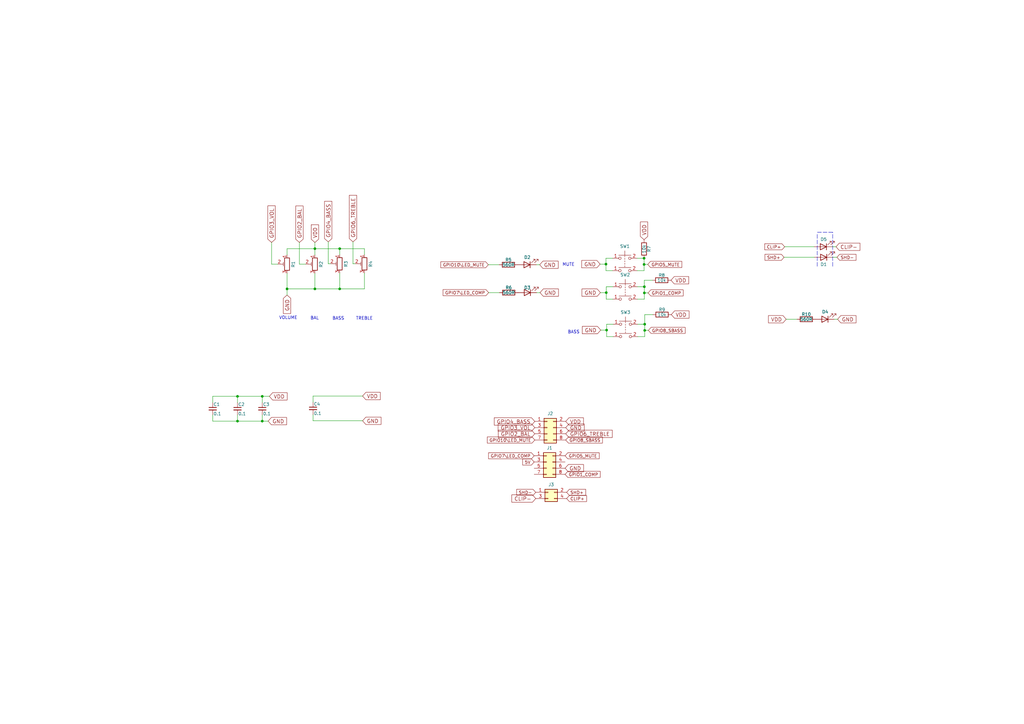
<source format=kicad_sch>
(kicad_sch (version 20211123) (generator eeschema)

  (uuid 35354519-a28c-40c4-befd-0943e98dea53)

  (paper "A3")

  (lib_symbols
    (symbol "Connector_Generic:Conn_02x02_Odd_Even" (pin_names (offset 1.016) hide) (in_bom yes) (on_board yes)
      (property "Reference" "J" (id 0) (at 1.27 2.54 0)
        (effects (font (size 1.27 1.27)))
      )
      (property "Value" "Conn_02x02_Odd_Even" (id 1) (at 1.27 -5.08 0)
        (effects (font (size 1.27 1.27)))
      )
      (property "Footprint" "" (id 2) (at 0 0 0)
        (effects (font (size 1.27 1.27)) hide)
      )
      (property "Datasheet" "~" (id 3) (at 0 0 0)
        (effects (font (size 1.27 1.27)) hide)
      )
      (property "ki_keywords" "connector" (id 4) (at 0 0 0)
        (effects (font (size 1.27 1.27)) hide)
      )
      (property "ki_description" "Generic connector, double row, 02x02, odd/even pin numbering scheme (row 1 odd numbers, row 2 even numbers), script generated (kicad-library-utils/schlib/autogen/connector/)" (id 5) (at 0 0 0)
        (effects (font (size 1.27 1.27)) hide)
      )
      (property "ki_fp_filters" "Connector*:*_2x??_*" (id 6) (at 0 0 0)
        (effects (font (size 1.27 1.27)) hide)
      )
      (symbol "Conn_02x02_Odd_Even_1_1"
        (rectangle (start -1.27 -2.413) (end 0 -2.667)
          (stroke (width 0.1524) (type default) (color 0 0 0 0))
          (fill (type none))
        )
        (rectangle (start -1.27 0.127) (end 0 -0.127)
          (stroke (width 0.1524) (type default) (color 0 0 0 0))
          (fill (type none))
        )
        (rectangle (start -1.27 1.27) (end 3.81 -3.81)
          (stroke (width 0.254) (type default) (color 0 0 0 0))
          (fill (type background))
        )
        (rectangle (start 3.81 -2.413) (end 2.54 -2.667)
          (stroke (width 0.1524) (type default) (color 0 0 0 0))
          (fill (type none))
        )
        (rectangle (start 3.81 0.127) (end 2.54 -0.127)
          (stroke (width 0.1524) (type default) (color 0 0 0 0))
          (fill (type none))
        )
        (pin passive line (at -5.08 0 0) (length 3.81)
          (name "Pin_1" (effects (font (size 1.27 1.27))))
          (number "1" (effects (font (size 1.27 1.27))))
        )
        (pin passive line (at 7.62 0 180) (length 3.81)
          (name "Pin_2" (effects (font (size 1.27 1.27))))
          (number "2" (effects (font (size 1.27 1.27))))
        )
        (pin passive line (at -5.08 -2.54 0) (length 3.81)
          (name "Pin_3" (effects (font (size 1.27 1.27))))
          (number "3" (effects (font (size 1.27 1.27))))
        )
        (pin passive line (at 7.62 -2.54 180) (length 3.81)
          (name "Pin_4" (effects (font (size 1.27 1.27))))
          (number "4" (effects (font (size 1.27 1.27))))
        )
      )
    )
    (symbol "Connector_Generic:Conn_02x04_Odd_Even" (pin_names (offset 1.016) hide) (in_bom yes) (on_board yes)
      (property "Reference" "J" (id 0) (at 1.27 5.08 0)
        (effects (font (size 1.27 1.27)))
      )
      (property "Value" "Conn_02x04_Odd_Even" (id 1) (at 1.27 -7.62 0)
        (effects (font (size 1.27 1.27)))
      )
      (property "Footprint" "" (id 2) (at 0 0 0)
        (effects (font (size 1.27 1.27)) hide)
      )
      (property "Datasheet" "~" (id 3) (at 0 0 0)
        (effects (font (size 1.27 1.27)) hide)
      )
      (property "ki_keywords" "connector" (id 4) (at 0 0 0)
        (effects (font (size 1.27 1.27)) hide)
      )
      (property "ki_description" "Generic connector, double row, 02x04, odd/even pin numbering scheme (row 1 odd numbers, row 2 even numbers), script generated (kicad-library-utils/schlib/autogen/connector/)" (id 5) (at 0 0 0)
        (effects (font (size 1.27 1.27)) hide)
      )
      (property "ki_fp_filters" "Connector*:*_2x??_*" (id 6) (at 0 0 0)
        (effects (font (size 1.27 1.27)) hide)
      )
      (symbol "Conn_02x04_Odd_Even_1_1"
        (rectangle (start -1.27 -4.953) (end 0 -5.207)
          (stroke (width 0.1524) (type default) (color 0 0 0 0))
          (fill (type none))
        )
        (rectangle (start -1.27 -2.413) (end 0 -2.667)
          (stroke (width 0.1524) (type default) (color 0 0 0 0))
          (fill (type none))
        )
        (rectangle (start -1.27 0.127) (end 0 -0.127)
          (stroke (width 0.1524) (type default) (color 0 0 0 0))
          (fill (type none))
        )
        (rectangle (start -1.27 2.667) (end 0 2.413)
          (stroke (width 0.1524) (type default) (color 0 0 0 0))
          (fill (type none))
        )
        (rectangle (start -1.27 3.81) (end 3.81 -6.35)
          (stroke (width 0.254) (type default) (color 0 0 0 0))
          (fill (type background))
        )
        (rectangle (start 3.81 -4.953) (end 2.54 -5.207)
          (stroke (width 0.1524) (type default) (color 0 0 0 0))
          (fill (type none))
        )
        (rectangle (start 3.81 -2.413) (end 2.54 -2.667)
          (stroke (width 0.1524) (type default) (color 0 0 0 0))
          (fill (type none))
        )
        (rectangle (start 3.81 0.127) (end 2.54 -0.127)
          (stroke (width 0.1524) (type default) (color 0 0 0 0))
          (fill (type none))
        )
        (rectangle (start 3.81 2.667) (end 2.54 2.413)
          (stroke (width 0.1524) (type default) (color 0 0 0 0))
          (fill (type none))
        )
        (pin passive line (at -5.08 2.54 0) (length 3.81)
          (name "Pin_1" (effects (font (size 1.27 1.27))))
          (number "1" (effects (font (size 1.27 1.27))))
        )
        (pin passive line (at 7.62 2.54 180) (length 3.81)
          (name "Pin_2" (effects (font (size 1.27 1.27))))
          (number "2" (effects (font (size 1.27 1.27))))
        )
        (pin passive line (at -5.08 0 0) (length 3.81)
          (name "Pin_3" (effects (font (size 1.27 1.27))))
          (number "3" (effects (font (size 1.27 1.27))))
        )
        (pin passive line (at 7.62 0 180) (length 3.81)
          (name "Pin_4" (effects (font (size 1.27 1.27))))
          (number "4" (effects (font (size 1.27 1.27))))
        )
        (pin passive line (at -5.08 -2.54 0) (length 3.81)
          (name "Pin_5" (effects (font (size 1.27 1.27))))
          (number "5" (effects (font (size 1.27 1.27))))
        )
        (pin passive line (at 7.62 -2.54 180) (length 3.81)
          (name "Pin_6" (effects (font (size 1.27 1.27))))
          (number "6" (effects (font (size 1.27 1.27))))
        )
        (pin passive line (at -5.08 -5.08 0) (length 3.81)
          (name "Pin_7" (effects (font (size 1.27 1.27))))
          (number "7" (effects (font (size 1.27 1.27))))
        )
        (pin passive line (at 7.62 -5.08 180) (length 3.81)
          (name "Pin_8" (effects (font (size 1.27 1.27))))
          (number "8" (effects (font (size 1.27 1.27))))
        )
      )
    )
    (symbol "Device:C_Small" (pin_numbers hide) (pin_names (offset 0.254) hide) (in_bom yes) (on_board yes)
      (property "Reference" "C" (id 0) (at 0.254 1.778 0)
        (effects (font (size 1.27 1.27)) (justify left))
      )
      (property "Value" "C_Small" (id 1) (at 0.254 -2.032 0)
        (effects (font (size 1.27 1.27)) (justify left))
      )
      (property "Footprint" "" (id 2) (at 0 0 0)
        (effects (font (size 1.27 1.27)) hide)
      )
      (property "Datasheet" "~" (id 3) (at 0 0 0)
        (effects (font (size 1.27 1.27)) hide)
      )
      (property "ki_keywords" "capacitor cap" (id 4) (at 0 0 0)
        (effects (font (size 1.27 1.27)) hide)
      )
      (property "ki_description" "Unpolarized capacitor, small symbol" (id 5) (at 0 0 0)
        (effects (font (size 1.27 1.27)) hide)
      )
      (property "ki_fp_filters" "C_*" (id 6) (at 0 0 0)
        (effects (font (size 1.27 1.27)) hide)
      )
      (symbol "C_Small_0_1"
        (polyline
          (pts
            (xy -1.524 -0.508)
            (xy 1.524 -0.508)
          )
          (stroke (width 0.3302) (type default) (color 0 0 0 0))
          (fill (type none))
        )
        (polyline
          (pts
            (xy -1.524 0.508)
            (xy 1.524 0.508)
          )
          (stroke (width 0.3048) (type default) (color 0 0 0 0))
          (fill (type none))
        )
      )
      (symbol "C_Small_1_1"
        (pin passive line (at 0 2.54 270) (length 2.032)
          (name "~" (effects (font (size 1.27 1.27))))
          (number "1" (effects (font (size 1.27 1.27))))
        )
        (pin passive line (at 0 -2.54 90) (length 2.032)
          (name "~" (effects (font (size 1.27 1.27))))
          (number "2" (effects (font (size 1.27 1.27))))
        )
      )
    )
    (symbol "Device:LED" (pin_numbers hide) (pin_names (offset 1.016) hide) (in_bom yes) (on_board yes)
      (property "Reference" "D" (id 0) (at 0 2.54 0)
        (effects (font (size 1.27 1.27)))
      )
      (property "Value" "LED" (id 1) (at 0 -2.54 0)
        (effects (font (size 1.27 1.27)))
      )
      (property "Footprint" "" (id 2) (at 0 0 0)
        (effects (font (size 1.27 1.27)) hide)
      )
      (property "Datasheet" "~" (id 3) (at 0 0 0)
        (effects (font (size 1.27 1.27)) hide)
      )
      (property "ki_keywords" "LED diode" (id 4) (at 0 0 0)
        (effects (font (size 1.27 1.27)) hide)
      )
      (property "ki_description" "Light emitting diode" (id 5) (at 0 0 0)
        (effects (font (size 1.27 1.27)) hide)
      )
      (property "ki_fp_filters" "LED* LED_SMD:* LED_THT:*" (id 6) (at 0 0 0)
        (effects (font (size 1.27 1.27)) hide)
      )
      (symbol "LED_0_1"
        (polyline
          (pts
            (xy -1.27 -1.27)
            (xy -1.27 1.27)
          )
          (stroke (width 0.254) (type default) (color 0 0 0 0))
          (fill (type none))
        )
        (polyline
          (pts
            (xy -1.27 0)
            (xy 1.27 0)
          )
          (stroke (width 0) (type default) (color 0 0 0 0))
          (fill (type none))
        )
        (polyline
          (pts
            (xy 1.27 -1.27)
            (xy 1.27 1.27)
            (xy -1.27 0)
            (xy 1.27 -1.27)
          )
          (stroke (width 0.254) (type default) (color 0 0 0 0))
          (fill (type none))
        )
        (polyline
          (pts
            (xy -3.048 -0.762)
            (xy -4.572 -2.286)
            (xy -3.81 -2.286)
            (xy -4.572 -2.286)
            (xy -4.572 -1.524)
          )
          (stroke (width 0) (type default) (color 0 0 0 0))
          (fill (type none))
        )
        (polyline
          (pts
            (xy -1.778 -0.762)
            (xy -3.302 -2.286)
            (xy -2.54 -2.286)
            (xy -3.302 -2.286)
            (xy -3.302 -1.524)
          )
          (stroke (width 0) (type default) (color 0 0 0 0))
          (fill (type none))
        )
      )
      (symbol "LED_1_1"
        (pin passive line (at -3.81 0 0) (length 2.54)
          (name "K" (effects (font (size 1.27 1.27))))
          (number "1" (effects (font (size 1.27 1.27))))
        )
        (pin passive line (at 3.81 0 180) (length 2.54)
          (name "A" (effects (font (size 1.27 1.27))))
          (number "2" (effects (font (size 1.27 1.27))))
        )
      )
    )
    (symbol "Device:R" (pin_numbers hide) (pin_names (offset 0)) (in_bom yes) (on_board yes)
      (property "Reference" "R" (id 0) (at 2.032 0 90)
        (effects (font (size 1.27 1.27)))
      )
      (property "Value" "R" (id 1) (at 0 0 90)
        (effects (font (size 1.27 1.27)))
      )
      (property "Footprint" "" (id 2) (at -1.778 0 90)
        (effects (font (size 1.27 1.27)) hide)
      )
      (property "Datasheet" "~" (id 3) (at 0 0 0)
        (effects (font (size 1.27 1.27)) hide)
      )
      (property "ki_keywords" "R res resistor" (id 4) (at 0 0 0)
        (effects (font (size 1.27 1.27)) hide)
      )
      (property "ki_description" "Resistor" (id 5) (at 0 0 0)
        (effects (font (size 1.27 1.27)) hide)
      )
      (property "ki_fp_filters" "R_*" (id 6) (at 0 0 0)
        (effects (font (size 1.27 1.27)) hide)
      )
      (symbol "R_0_1"
        (rectangle (start -1.016 -2.54) (end 1.016 2.54)
          (stroke (width 0.254) (type default) (color 0 0 0 0))
          (fill (type none))
        )
      )
      (symbol "R_1_1"
        (pin passive line (at 0 3.81 270) (length 1.27)
          (name "~" (effects (font (size 1.27 1.27))))
          (number "1" (effects (font (size 1.27 1.27))))
        )
        (pin passive line (at 0 -3.81 90) (length 1.27)
          (name "~" (effects (font (size 1.27 1.27))))
          (number "2" (effects (font (size 1.27 1.27))))
        )
      )
    )
    (symbol "Streamer_ADAU1701_FRONT-rescue:R_POT_TRIM-Device" (pin_names (offset 1.016) hide) (in_bom yes) (on_board yes)
      (property "Reference" "RV" (id 0) (at -4.445 0 90)
        (effects (font (size 1.27 1.27)))
      )
      (property "Value" "R_POT_TRIM-Device" (id 1) (at -2.54 0 90)
        (effects (font (size 1.27 1.27)))
      )
      (property "Footprint" "" (id 2) (at 0 0 0)
        (effects (font (size 1.27 1.27)) hide)
      )
      (property "Datasheet" "" (id 3) (at 0 0 0)
        (effects (font (size 1.27 1.27)) hide)
      )
      (property "ki_fp_filters" "Potentiometer*" (id 4) (at 0 0 0)
        (effects (font (size 1.27 1.27)) hide)
      )
      (symbol "R_POT_TRIM-Device_0_1"
        (polyline
          (pts
            (xy 1.524 0.762)
            (xy 1.524 -0.762)
          )
          (stroke (width 0) (type default) (color 0 0 0 0))
          (fill (type none))
        )
        (polyline
          (pts
            (xy 2.54 0)
            (xy 1.524 0)
          )
          (stroke (width 0) (type default) (color 0 0 0 0))
          (fill (type none))
        )
        (rectangle (start 1.016 2.54) (end -1.016 -2.54)
          (stroke (width 0.254) (type default) (color 0 0 0 0))
          (fill (type none))
        )
      )
      (symbol "R_POT_TRIM-Device_1_1"
        (pin passive line (at 0 3.81 270) (length 1.27)
          (name "1" (effects (font (size 1.27 1.27))))
          (number "1" (effects (font (size 1.27 1.27))))
        )
        (pin passive line (at 3.81 0 180) (length 1.27)
          (name "2" (effects (font (size 1.27 1.27))))
          (number "2" (effects (font (size 1.27 1.27))))
        )
        (pin passive line (at 0 -3.81 90) (length 1.27)
          (name "3" (effects (font (size 1.27 1.27))))
          (number "3" (effects (font (size 1.27 1.27))))
        )
      )
    )
    (symbol "Streamer_ADAU1701_FRONT-rescue:SW_Push_Dual-Switch-Streamer_ADAU1701_FRONT-rescue" (pin_names (offset 1.016) hide) (in_bom yes) (on_board yes)
      (property "Reference" "SW" (id 0) (at 1.27 2.54 0)
        (effects (font (size 1.27 1.27)) (justify left))
      )
      (property "Value" "SW_Push_Dual-Switch-Streamer_ADAU1701_FRONT-rescue" (id 1) (at 0 -6.858 0)
        (effects (font (size 1.27 1.27)))
      )
      (property "Footprint" "" (id 2) (at 0 5.08 0)
        (effects (font (size 1.27 1.27)) hide)
      )
      (property "Datasheet" "" (id 3) (at 0 5.08 0)
        (effects (font (size 1.27 1.27)) hide)
      )
      (symbol "SW_Push_Dual-Switch-Streamer_ADAU1701_FRONT-rescue_0_1"
        (circle (center -2.032 -5.08) (radius 0.508)
          (stroke (width 0) (type default) (color 0 0 0 0))
          (fill (type none))
        )
        (circle (center -2.032 0) (radius 0.508)
          (stroke (width 0) (type default) (color 0 0 0 0))
          (fill (type none))
        )
        (polyline
          (pts
            (xy 0 -3.048)
            (xy 0 -3.556)
          )
          (stroke (width 0) (type default) (color 0 0 0 0))
          (fill (type none))
        )
        (polyline
          (pts
            (xy 0 -2.032)
            (xy 0 -2.54)
          )
          (stroke (width 0) (type default) (color 0 0 0 0))
          (fill (type none))
        )
        (polyline
          (pts
            (xy 0 -1.524)
            (xy 0 -1.016)
          )
          (stroke (width 0) (type default) (color 0 0 0 0))
          (fill (type none))
        )
        (polyline
          (pts
            (xy 0 -0.508)
            (xy 0 0)
          )
          (stroke (width 0) (type default) (color 0 0 0 0))
          (fill (type none))
        )
        (polyline
          (pts
            (xy 0 0.508)
            (xy 0 1.016)
          )
          (stroke (width 0) (type default) (color 0 0 0 0))
          (fill (type none))
        )
        (polyline
          (pts
            (xy 0 1.27)
            (xy 0 3.048)
          )
          (stroke (width 0) (type default) (color 0 0 0 0))
          (fill (type none))
        )
        (polyline
          (pts
            (xy 2.54 -3.81)
            (xy -2.54 -3.81)
          )
          (stroke (width 0) (type default) (color 0 0 0 0))
          (fill (type none))
        )
        (polyline
          (pts
            (xy 2.54 1.27)
            (xy -2.54 1.27)
          )
          (stroke (width 0) (type default) (color 0 0 0 0))
          (fill (type none))
        )
        (circle (center 2.032 -5.08) (radius 0.508)
          (stroke (width 0) (type default) (color 0 0 0 0))
          (fill (type none))
        )
        (circle (center 2.032 0) (radius 0.508)
          (stroke (width 0) (type default) (color 0 0 0 0))
          (fill (type none))
        )
        (pin passive line (at -5.08 -5.08 0) (length 2.54)
          (name "1" (effects (font (size 1.27 1.27))))
          (number "1" (effects (font (size 1.27 1.27))))
        )
        (pin passive line (at -5.08 0 0) (length 2.54)
          (name "1" (effects (font (size 1.27 1.27))))
          (number "1" (effects (font (size 1.27 1.27))))
        )
        (pin passive line (at 5.08 -5.08 180) (length 2.54)
          (name "2" (effects (font (size 1.27 1.27))))
          (number "2" (effects (font (size 1.27 1.27))))
        )
        (pin passive line (at 5.08 0 180) (length 2.54)
          (name "2" (effects (font (size 1.27 1.27))))
          (number "2" (effects (font (size 1.27 1.27))))
        )
      )
    )
  )

  (junction (at 264.287 117.602) (diameter 0) (color 0 0 0 0)
    (uuid 0088d107-13d8-496c-8da6-7bbeb9d096b0)
  )
  (junction (at 139.319 118.491) (diameter 0) (color 0 0 0 0)
    (uuid 0217dfc4-fc13-4699-99ad-d9948522648e)
  )
  (junction (at 248.793 135.382) (diameter 0) (color 0 0 0 0)
    (uuid 0a3cc030-c9dd-4d74-9d50-715ed2b361a2)
  )
  (junction (at 264.414 135.509) (diameter 0) (color 0 0 0 0)
    (uuid 0d0bb7b2-a6e5-46d2-9492-a1aa6e5a7b2f)
  )
  (junction (at 97.409 172.72) (diameter 0) (color 0 0 0 0)
    (uuid 0eaa98f0-9565-4637-ace3-42a5231b07f7)
  )
  (junction (at 248.539 108.331) (diameter 0) (color 0 0 0 0)
    (uuid 3b838d52-596d-4e4d-a6ac-e4c8e7621137)
  )
  (junction (at 248.666 120.015) (diameter 0) (color 0 0 0 0)
    (uuid 3f5fe6b7-98fc-4d3e-9567-f9f7202d1455)
  )
  (junction (at 97.409 162.56) (diameter 0) (color 0 0 0 0)
    (uuid 48ab88d7-7084-4d02-b109-3ad55a30bb11)
  )
  (junction (at 264.16 105.918) (diameter 0) (color 0 0 0 0)
    (uuid 48f827a8-6e22-4a2e-abdc-c2a03098d883)
  )
  (junction (at 107.569 162.56) (diameter 0) (color 0 0 0 0)
    (uuid 965308c8-e014-459a-b9db-b8493a601c62)
  )
  (junction (at 129.159 101.981) (diameter 0) (color 0 0 0 0)
    (uuid a15a7506-eae4-4933-84da-9ad754258706)
  )
  (junction (at 107.569 172.72) (diameter 0) (color 0 0 0 0)
    (uuid abe07c9a-17c3-43b5-b7a6-ae867ac27ea7)
  )
  (junction (at 139.319 101.981) (diameter 0) (color 0 0 0 0)
    (uuid c0eca5ed-bc5e-4618-9bcd-80945bea41ed)
  )
  (junction (at 117.729 118.491) (diameter 0) (color 0 0 0 0)
    (uuid d3c11c8f-a73d-4211-934b-a6da255728ad)
  )
  (junction (at 264.414 132.969) (diameter 0) (color 0 0 0 0)
    (uuid dabe541b-b164-4180-97a4-5ca761b86800)
  )
  (junction (at 129.159 118.491) (diameter 0) (color 0 0 0 0)
    (uuid e8c50f1b-c316-4110-9cce-5c24c65a1eaa)
  )
  (junction (at 264.287 120.142) (diameter 0) (color 0 0 0 0)
    (uuid e9bb29b2-2bb9-4ea2-acd9-2bb3ca677a12)
  )
  (junction (at 264.16 108.458) (diameter 0) (color 0 0 0 0)
    (uuid ef8fe2ac-6a7f-4682-9418-b801a1b10a3b)
  )

  (wire (pts (xy 129.159 99.441) (xy 129.159 101.981))
    (stroke (width 0) (type default) (color 0 0 0 0))
    (uuid 03caada9-9e22-4e2d-9035-b15433dfbb17)
  )
  (wire (pts (xy 200.406 120.015) (xy 204.851 120.015))
    (stroke (width 0) (type default) (color 0 0 0 0))
    (uuid 08a7c925-7fae-4530-b0c9-120e185cb318)
  )
  (wire (pts (xy 107.569 162.56) (xy 110.49 162.56))
    (stroke (width 0) (type default) (color 0 0 0 0))
    (uuid 0c3dceba-7c95-4b3d-b590-0eb581444beb)
  )
  (wire (pts (xy 111.379 99.441) (xy 111.379 108.331))
    (stroke (width 0) (type default) (color 0 0 0 0))
    (uuid 0ff508fd-18da-4ab7-9844-3c8a28c2587e)
  )
  (wire (pts (xy 264.287 117.602) (xy 264.287 120.142))
    (stroke (width 0) (type default) (color 0 0 0 0))
    (uuid 10109f84-4940-47f8-8640-91f185ac9bc1)
  )
  (wire (pts (xy 107.569 172.72) (xy 97.409 172.72))
    (stroke (width 0) (type default) (color 0 0 0 0))
    (uuid 127679a9-3981-4934-815e-896a4e3ff56e)
  )
  (wire (pts (xy 261.62 132.969) (xy 264.414 132.969))
    (stroke (width 0) (type default) (color 0 0 0 0))
    (uuid 13abf99d-5265-4779-8973-e94370fd18ff)
  )
  (wire (pts (xy 97.409 170.18) (xy 97.409 172.72))
    (stroke (width 0) (type default) (color 0 0 0 0))
    (uuid 181abe7a-f941-42b6-bd46-aaa3131f90fb)
  )
  (wire (pts (xy 248.793 138.049) (xy 251.46 138.049))
    (stroke (width 0) (type default) (color 0 0 0 0))
    (uuid 1860e030-7a36-4298-b7fc-a16d48ab15ba)
  )
  (wire (pts (xy 144.78 99.187) (xy 144.78 108.204))
    (stroke (width 0) (type default) (color 0 0 0 0))
    (uuid 1d9cdadc-9036-4a95-b6db-fa7b3b74c869)
  )
  (wire (pts (xy 111.379 108.331) (xy 113.919 108.331))
    (stroke (width 0) (type default) (color 0 0 0 0))
    (uuid 1f3003e6-dce5-420f-906b-3f1e92b67249)
  )
  (wire (pts (xy 334.01 105.537) (xy 321.564 105.537))
    (stroke (width 0) (type default) (color 0 0 0 0))
    (uuid 21ae9c3a-7138-444e-be38-56a4842ab594)
  )
  (wire (pts (xy 220.091 120.015) (xy 221.488 120.015))
    (stroke (width 0) (type default) (color 0 0 0 0))
    (uuid 2d6db888-4e40-41c8-b701-07170fc894bc)
  )
  (wire (pts (xy 251.206 105.918) (xy 248.539 105.918))
    (stroke (width 0) (type default) (color 0 0 0 0))
    (uuid 2e642b3e-a476-4c54-9a52-dcea955640cd)
  )
  (wire (pts (xy 248.539 110.998) (xy 251.206 110.998))
    (stroke (width 0) (type default) (color 0 0 0 0))
    (uuid 30f15357-ce1d-48b9-93dc-7d9b1b2aa048)
  )
  (wire (pts (xy 264.414 138.049) (xy 261.62 138.049))
    (stroke (width 0) (type default) (color 0 0 0 0))
    (uuid 32667662-ae86-4904-b198-3e95f11851bf)
  )
  (wire (pts (xy 122.809 108.331) (xy 125.349 108.331))
    (stroke (width 0) (type default) (color 0 0 0 0))
    (uuid 378af8b4-af3d-46e7-89ae-deff12ca9067)
  )
  (wire (pts (xy 128.397 172.593) (xy 148.717 172.593))
    (stroke (width 0) (type default) (color 0 0 0 0))
    (uuid 38f2d955-ea7a-4a21-aba6-02ae23f1bd4a)
  )
  (wire (pts (xy 248.793 132.969) (xy 248.793 135.382))
    (stroke (width 0) (type default) (color 0 0 0 0))
    (uuid 3dcc657b-55a1-48e0-9667-e01e7b6b08b5)
  )
  (wire (pts (xy 149.479 101.981) (xy 149.479 104.394))
    (stroke (width 0) (type default) (color 0 0 0 0))
    (uuid 3e903008-0276-4a73-8edb-5d9dfde6297c)
  )
  (wire (pts (xy 134.62 99.187) (xy 134.62 108.204))
    (stroke (width 0) (type default) (color 0 0 0 0))
    (uuid 40165eda-4ba6-4565-9bb4-b9df6dbb08da)
  )
  (wire (pts (xy 117.729 101.981) (xy 129.159 101.981))
    (stroke (width 0) (type default) (color 0 0 0 0))
    (uuid 40976bf0-19de-460f-ad64-224d4f51e16b)
  )
  (wire (pts (xy 341.503 101.219) (xy 342.9 101.219))
    (stroke (width 0) (type default) (color 0 0 0 0))
    (uuid 41acfe41-fac7-432a-a7a3-946566e2d504)
  )
  (wire (pts (xy 265.684 108.458) (xy 264.16 108.458))
    (stroke (width 0) (type default) (color 0 0 0 0))
    (uuid 44d8279a-9cd1-4db6-856f-0363131605fc)
  )
  (wire (pts (xy 200.279 108.585) (xy 204.724 108.585))
    (stroke (width 0) (type default) (color 0 0 0 0))
    (uuid 4a4ec8d9-3d72-4952-83d4-808f65849a2b)
  )
  (wire (pts (xy 264.16 108.458) (xy 264.16 110.998))
    (stroke (width 0) (type default) (color 0 0 0 0))
    (uuid 4fb02e58-160a-4a39-9f22-d0c75e82ee72)
  )
  (wire (pts (xy 264.16 110.998) (xy 261.366 110.998))
    (stroke (width 0) (type default) (color 0 0 0 0))
    (uuid 5038e144-5119-49db-b6cf-f7c345f1cf03)
  )
  (wire (pts (xy 261.366 105.918) (xy 264.16 105.918))
    (stroke (width 0) (type default) (color 0 0 0 0))
    (uuid 54365317-1355-4216-bb75-829375abc4ec)
  )
  (wire (pts (xy 261.493 117.602) (xy 264.287 117.602))
    (stroke (width 0) (type default) (color 0 0 0 0))
    (uuid 55e740a3-0735-4744-896e-2bf5437093b9)
  )
  (wire (pts (xy 248.666 120.015) (xy 248.666 122.682))
    (stroke (width 0) (type default) (color 0 0 0 0))
    (uuid 5cbb5968-dbb5-4b84-864a-ead1cacf75b9)
  )
  (polyline (pts (xy 335.153 96.139) (xy 335.153 109.22))
    (stroke (width 0) (type default) (color 0 0 0 0))
    (uuid 6284122b-79c3-4e04-925e-3d32cc3ec077)
  )

  (wire (pts (xy 265.811 120.142) (xy 264.287 120.142))
    (stroke (width 0) (type default) (color 0 0 0 0))
    (uuid 62c076a3-d618-44a2-9042-9a08b3576787)
  )
  (wire (pts (xy 117.729 112.141) (xy 117.729 118.491))
    (stroke (width 0) (type default) (color 0 0 0 0))
    (uuid 639c0e59-e95c-4114-bccd-2e7277505454)
  )
  (wire (pts (xy 149.479 118.491) (xy 139.319 118.491))
    (stroke (width 0) (type default) (color 0 0 0 0))
    (uuid 6475547d-3216-45a4-a15c-48314f1dd0f9)
  )
  (polyline (pts (xy 341.503 109.22) (xy 341.503 95.25))
    (stroke (width 0) (type default) (color 0 0 0 0))
    (uuid 67763d19-f622-4e1e-81e5-5b24da7c3f99)
  )

  (wire (pts (xy 342.138 130.937) (xy 343.535 130.937))
    (stroke (width 0) (type default) (color 0 0 0 0))
    (uuid 6781326c-6e0d-4753-8f28-0f5c687e01f9)
  )
  (wire (pts (xy 251.46 132.969) (xy 248.793 132.969))
    (stroke (width 0) (type default) (color 0 0 0 0))
    (uuid 67f6e996-3c99-493c-8f6f-e739e2ed5d7a)
  )
  (wire (pts (xy 267.589 114.935) (xy 264.287 114.935))
    (stroke (width 0) (type default) (color 0 0 0 0))
    (uuid 68e09be7-3bbc-4443-a838-209ce20b2bef)
  )
  (wire (pts (xy 97.409 162.56) (xy 87.249 162.56))
    (stroke (width 0) (type default) (color 0 0 0 0))
    (uuid 6a45789b-3855-401f-8139-3c734f7f52f9)
  )
  (wire (pts (xy 264.287 114.935) (xy 264.287 117.602))
    (stroke (width 0) (type default) (color 0 0 0 0))
    (uuid 6a780180-586a-4241-a52d-dc7a5ffcc966)
  )
  (wire (pts (xy 128.397 162.433) (xy 148.717 162.433))
    (stroke (width 0) (type default) (color 0 0 0 0))
    (uuid 6b25f522-8e2d-4cd8-9d5d-a2b80f60133b)
  )
  (wire (pts (xy 144.78 108.204) (xy 145.669 108.204))
    (stroke (width 0) (type default) (color 0 0 0 0))
    (uuid 6bfe5804-2ef9-4c65-b2a7-f01e4014370a)
  )
  (wire (pts (xy 87.249 162.56) (xy 87.249 165.1))
    (stroke (width 0) (type default) (color 0 0 0 0))
    (uuid 6c9b793c-e74d-4754-a2c0-901e73b26f1c)
  )
  (wire (pts (xy 87.249 170.18) (xy 87.249 172.72))
    (stroke (width 0) (type default) (color 0 0 0 0))
    (uuid 704d6d51-bb34-4cbf-83d8-841e208048d8)
  )
  (wire (pts (xy 97.409 172.72) (xy 87.249 172.72))
    (stroke (width 0) (type default) (color 0 0 0 0))
    (uuid 716e31c5-485f-40b5-88e3-a75900da9811)
  )
  (wire (pts (xy 264.287 122.682) (xy 261.493 122.682))
    (stroke (width 0) (type default) (color 0 0 0 0))
    (uuid 71c31975-2c45-4d18-a25a-18e07a55d11e)
  )
  (wire (pts (xy 109.982 172.72) (xy 107.569 172.72))
    (stroke (width 0) (type default) (color 0 0 0 0))
    (uuid 730b670c-9bcf-4dcd-9a8d-fcaa61fb0955)
  )
  (wire (pts (xy 251.333 117.602) (xy 248.666 117.602))
    (stroke (width 0) (type default) (color 0 0 0 0))
    (uuid 746ba970-8279-4e7b-aed3-f28687777c21)
  )
  (wire (pts (xy 248.539 108.331) (xy 248.539 110.998))
    (stroke (width 0) (type default) (color 0 0 0 0))
    (uuid 749dfe75-c0d6-4872-9330-29c5bbcb8ff8)
  )
  (wire (pts (xy 149.479 101.981) (xy 139.319 101.981))
    (stroke (width 0) (type default) (color 0 0 0 0))
    (uuid 75ffc65c-7132-4411-9f2a-ae0c73d79338)
  )
  (wire (pts (xy 219.964 108.585) (xy 221.361 108.585))
    (stroke (width 0) (type default) (color 0 0 0 0))
    (uuid 7bbf981c-a063-4e30-8911-e4228e1c0743)
  )
  (wire (pts (xy 341.63 105.537) (xy 343.281 105.537))
    (stroke (width 0) (type default) (color 0 0 0 0))
    (uuid 7cee474b-af8f-4832-b07a-c43c1ab0b464)
  )
  (wire (pts (xy 322.453 130.937) (xy 326.898 130.937))
    (stroke (width 0) (type default) (color 0 0 0 0))
    (uuid 7f52d787-caa3-4a92-b1b2-19d554dc29a4)
  )
  (wire (pts (xy 128.397 164.973) (xy 128.397 162.433))
    (stroke (width 0) (type default) (color 0 0 0 0))
    (uuid 8174b4de-74b1-48db-ab8e-c8432251095b)
  )
  (wire (pts (xy 246.38 135.382) (xy 248.793 135.382))
    (stroke (width 0) (type default) (color 0 0 0 0))
    (uuid 8322f275-268c-4e87-a69f-4cfbf05e747f)
  )
  (wire (pts (xy 321.818 101.219) (xy 333.883 101.219))
    (stroke (width 0) (type default) (color 0 0 0 0))
    (uuid 84e5506c-143e-495f-9aa4-d3a71622f213)
  )
  (wire (pts (xy 248.539 105.918) (xy 248.539 108.331))
    (stroke (width 0) (type default) (color 0 0 0 0))
    (uuid 87371631-aa02-498a-998a-09bdb74784c1)
  )
  (wire (pts (xy 129.159 118.491) (xy 117.729 118.491))
    (stroke (width 0) (type default) (color 0 0 0 0))
    (uuid 8c514922-ffe1-4e37-a260-e807409f2e0d)
  )
  (wire (pts (xy 149.479 112.014) (xy 149.479 118.491))
    (stroke (width 0) (type default) (color 0 0 0 0))
    (uuid 8c6a821f-8e19-48f3-8f44-9b340f7689bc)
  )
  (wire (pts (xy 129.159 112.141) (xy 129.159 118.491))
    (stroke (width 0) (type default) (color 0 0 0 0))
    (uuid 8ca3e20d-bcc7-4c5e-9deb-562dfed9fecb)
  )
  (wire (pts (xy 134.62 108.204) (xy 135.509 108.204))
    (stroke (width 0) (type default) (color 0 0 0 0))
    (uuid 8e06ba1f-e3ba-4eb9-a10e-887dffd566d6)
  )
  (polyline (pts (xy 341.503 95.25) (xy 335.026 95.25))
    (stroke (width 0) (type default) (color 0 0 0 0))
    (uuid 994b6220-4755-4d84-91b3-6122ac1c2c5e)
  )

  (wire (pts (xy 267.716 129.032) (xy 264.414 129.032))
    (stroke (width 0) (type default) (color 0 0 0 0))
    (uuid 9dab0cb7-2557-4419-963b-5ae736517f62)
  )
  (wire (pts (xy 264.414 132.969) (xy 264.414 135.509))
    (stroke (width 0) (type default) (color 0 0 0 0))
    (uuid a05d7640-f2f6-4ba7-8c51-5a4af431fc13)
  )
  (wire (pts (xy 122.809 99.441) (xy 122.809 108.331))
    (stroke (width 0) (type default) (color 0 0 0 0))
    (uuid a27eb049-c992-4f11-a026-1e6a8d9d0160)
  )
  (wire (pts (xy 264.16 105.918) (xy 264.16 108.458))
    (stroke (width 0) (type default) (color 0 0 0 0))
    (uuid ac264c30-3e9a-4be2-b97a-9949b68bd497)
  )
  (wire (pts (xy 139.319 112.014) (xy 139.319 118.491))
    (stroke (width 0) (type default) (color 0 0 0 0))
    (uuid aca4de92-9c41-4c2b-9afa-540d02dafa1c)
  )
  (wire (pts (xy 107.569 162.56) (xy 97.409 162.56))
    (stroke (width 0) (type default) (color 0 0 0 0))
    (uuid b1086f75-01ba-4188-8d36-75a9e2828ca9)
  )
  (wire (pts (xy 265.938 135.509) (xy 264.414 135.509))
    (stroke (width 0) (type default) (color 0 0 0 0))
    (uuid b1169a2d-8998-4b50-a48d-c520bcc1b8e1)
  )
  (wire (pts (xy 139.319 101.981) (xy 129.159 101.981))
    (stroke (width 0) (type default) (color 0 0 0 0))
    (uuid babeabf2-f3b0-4ed5-8d9e-0215947e6cf3)
  )
  (wire (pts (xy 246.253 120.015) (xy 248.666 120.015))
    (stroke (width 0) (type default) (color 0 0 0 0))
    (uuid bb7f0588-d4d8-44bf-9ebf-3c533fe4d6ae)
  )
  (wire (pts (xy 264.287 120.142) (xy 264.287 122.682))
    (stroke (width 0) (type default) (color 0 0 0 0))
    (uuid c1d83899-e380-49f9-a87d-8e78bc089ebf)
  )
  (wire (pts (xy 117.729 118.491) (xy 117.729 121.031))
    (stroke (width 0) (type default) (color 0 0 0 0))
    (uuid c25a772d-af9c-4ebc-96f6-0966738c13a8)
  )
  (wire (pts (xy 128.397 170.053) (xy 128.397 172.593))
    (stroke (width 0) (type default) (color 0 0 0 0))
    (uuid c41b3c8b-634e-435a-b582-96b83bbd4032)
  )
  (wire (pts (xy 129.159 101.981) (xy 129.159 104.521))
    (stroke (width 0) (type default) (color 0 0 0 0))
    (uuid c8c79177-94d4-43e2-a654-f0a5554fbb68)
  )
  (wire (pts (xy 246.126 108.331) (xy 248.539 108.331))
    (stroke (width 0) (type default) (color 0 0 0 0))
    (uuid cbdcaa78-3bbc-413f-91bf-2709119373ce)
  )
  (wire (pts (xy 107.569 170.18) (xy 107.569 172.72))
    (stroke (width 0) (type default) (color 0 0 0 0))
    (uuid ce83728b-bebd-48c2-8734-b6a50d837931)
  )
  (wire (pts (xy 264.414 135.509) (xy 264.414 138.049))
    (stroke (width 0) (type default) (color 0 0 0 0))
    (uuid d22e95aa-f3db-4fbc-a331-048a2523233e)
  )
  (wire (pts (xy 139.319 118.491) (xy 129.159 118.491))
    (stroke (width 0) (type default) (color 0 0 0 0))
    (uuid d7269d2a-b8c0-422d-8f25-f79ea31bf75e)
  )
  (wire (pts (xy 248.793 135.382) (xy 248.793 138.049))
    (stroke (width 0) (type default) (color 0 0 0 0))
    (uuid dd00c2e1-6027-4717-b312-4fab3ee52002)
  )
  (wire (pts (xy 139.319 101.981) (xy 139.319 104.394))
    (stroke (width 0) (type default) (color 0 0 0 0))
    (uuid df68c26a-03b5-4466-aecf-ba34b7dce6b7)
  )
  (wire (pts (xy 248.666 117.602) (xy 248.666 120.015))
    (stroke (width 0) (type default) (color 0 0 0 0))
    (uuid e10b5627-3247-4c86-b9f6-ef474ca11543)
  )
  (wire (pts (xy 264.414 129.032) (xy 264.414 132.969))
    (stroke (width 0) (type default) (color 0 0 0 0))
    (uuid e12e827e-36be-4503-8eef-6fc7e8bc5d49)
  )
  (wire (pts (xy 117.729 104.521) (xy 117.729 101.981))
    (stroke (width 0) (type default) (color 0 0 0 0))
    (uuid e21aa84b-970e-47cf-b64f-3b55ee0e1b51)
  )
  (wire (pts (xy 248.666 122.682) (xy 251.333 122.682))
    (stroke (width 0) (type default) (color 0 0 0 0))
    (uuid e8314017-7be6-4011-9179-37449a29b311)
  )
  (wire (pts (xy 97.409 165.1) (xy 97.409 162.56))
    (stroke (width 0) (type default) (color 0 0 0 0))
    (uuid f71da641-16e6-4257-80c3-0b9d804fee4f)
  )
  (wire (pts (xy 107.569 165.1) (xy 107.569 162.56))
    (stroke (width 0) (type default) (color 0 0 0 0))
    (uuid fd470e95-4861-44fe-b1e4-6d8a7c66e144)
  )

  (text "VOLUME" (at 114.427 131.191 0)
    (effects (font (size 1.27 1.27)) (justify left bottom))
    (uuid 0f54db53-a272-4955-88fb-d7ab00657bb0)
  )
  (text "BASS" (at 232.791 137.033 0)
    (effects (font (size 1.27 1.27)) (justify left bottom))
    (uuid 3aaee4c4-dbf7-49a5-a620-9465d8cc3ae7)
  )
  (text "BAL" (at 127.254 131.318 0)
    (effects (font (size 1.27 1.27)) (justify left bottom))
    (uuid 80094b70-85ab-4ff6-934b-60d5ee65023a)
  )
  (text "MUTE" (at 230.632 109.347 0)
    (effects (font (size 1.27 1.27)) (justify left bottom))
    (uuid bdc7face-9f7c-4701-80bb-4cc144448db1)
  )
  (text "TREBLE" (at 145.923 131.445 0)
    (effects (font (size 1.27 1.27)) (justify left bottom))
    (uuid bfc0aadc-38cf-466e-a642-68fdc3138c78)
  )
  (text "BASS" (at 136.271 131.445 0)
    (effects (font (size 1.27 1.27)) (justify left bottom))
    (uuid d4a1d3c4-b315-4bec-9220-d12a9eab51e0)
  )

  (global_label "GPIO8_SBASS" (shape input) (at 232.029 180.467 0) (fields_autoplaced)
    (effects (font (size 1.27 1.27)) (justify left))
    (uuid 0147f16a-c952-4891-8f53-a9fb8cddeb8d)
    (property "Intersheet References" "${INTERSHEET_REFS}" (id 0) (at 0 0 0)
      (effects (font (size 1.27 1.27)) hide)
    )
  )
  (global_label "VDD" (shape input) (at 110.49 162.56 0) (fields_autoplaced)
    (effects (font (size 1.524 1.524)) (justify left))
    (uuid 01e9b6e7-adf9-4ee7-9447-a588630ee4a2)
    (property "Intersheet References" "${INTERSHEET_REFS}" (id 0) (at 0 0 0)
      (effects (font (size 1.27 1.27)) hide)
    )
  )
  (global_label "SHD+" (shape input) (at 232.41 201.93 0) (fields_autoplaced)
    (effects (font (size 1.27 1.27)) (justify left))
    (uuid 0351df45-d042-41d4-ba35-88092c7be2fc)
    (property "Intersheet References" "${INTERSHEET_REFS}" (id 0) (at 0 0 0)
      (effects (font (size 1.27 1.27)) hide)
    )
  )
  (global_label "GND" (shape input) (at 343.535 130.937 0) (fields_autoplaced)
    (effects (font (size 1.524 1.524)) (justify left))
    (uuid 101ef598-601d-400e-9ef6-d655fbb1dbfa)
    (property "Intersheet References" "${INTERSHEET_REFS}" (id 0) (at 0 0 0)
      (effects (font (size 1.27 1.27)) hide)
    )
  )
  (global_label "VDD" (shape input) (at 264.16 98.298 90) (fields_autoplaced)
    (effects (font (size 1.524 1.524)) (justify left))
    (uuid 120a7b0f-ddfd-4447-85c1-35665465acdb)
    (property "Intersheet References" "${INTERSHEET_REFS}" (id 0) (at 0 0 0)
      (effects (font (size 1.27 1.27)) hide)
    )
  )
  (global_label "GPIO3_VOL" (shape input) (at 111.379 99.441 90) (fields_autoplaced)
    (effects (font (size 1.524 1.524)) (justify left))
    (uuid 13c0ff76-ed71-4cd9-abb0-92c376825d5d)
    (property "Intersheet References" "${INTERSHEET_REFS}" (id 0) (at 0 0 0)
      (effects (font (size 1.27 1.27)) hide)
    )
  )
  (global_label "GND" (shape input) (at 231.775 192.024 0) (fields_autoplaced)
    (effects (font (size 1.524 1.524)) (justify left))
    (uuid 14769dc5-8525-4984-8b15-a734ee247efa)
    (property "Intersheet References" "${INTERSHEET_REFS}" (id 0) (at 0 0 0)
      (effects (font (size 1.27 1.27)) hide)
    )
  )
  (global_label "GPIO10\\LED_MUTE" (shape input) (at 219.329 180.467 180) (fields_autoplaced)
    (effects (font (size 1.27 1.27)) (justify right))
    (uuid 182b2d54-931d-49d6-9f39-60a752623e36)
    (property "Intersheet References" "${INTERSHEET_REFS}" (id 0) (at 0 0 0)
      (effects (font (size 1.27 1.27)) hide)
    )
  )
  (global_label "GND" (shape input) (at 246.126 108.331 180) (fields_autoplaced)
    (effects (font (size 1.524 1.524)) (justify right))
    (uuid 1e1b062d-fad0-427c-a622-c5b8a80b5268)
    (property "Intersheet References" "${INTERSHEET_REFS}" (id 0) (at 0 0 0)
      (effects (font (size 1.27 1.27)) hide)
    )
  )
  (global_label "CLIP-" (shape input) (at 342.9 101.219 0) (fields_autoplaced)
    (effects (font (size 1.524 1.524)) (justify left))
    (uuid 1e518c2a-4cb7-4599-a1fa-5b9f847da7d3)
    (property "Intersheet References" "${INTERSHEET_REFS}" (id 0) (at 0 0 0)
      (effects (font (size 1.27 1.27)) hide)
    )
  )
  (global_label "GPIO1_COMP" (shape input) (at 231.775 194.564 0) (fields_autoplaced)
    (effects (font (size 1.27 1.27)) (justify left))
    (uuid 23bb2798-d93a-4696-a962-c305c4298a0c)
    (property "Intersheet References" "${INTERSHEET_REFS}" (id 0) (at 0 0 0)
      (effects (font (size 1.27 1.27)) hide)
    )
  )
  (global_label "GND" (shape input) (at 221.488 120.015 0) (fields_autoplaced)
    (effects (font (size 1.524 1.524)) (justify left))
    (uuid 2dc272bd-3aa2-45b5-889d-1d3c8aac80f8)
    (property "Intersheet References" "${INTERSHEET_REFS}" (id 0) (at 0 0 0)
      (effects (font (size 1.27 1.27)) hide)
    )
  )
  (global_label "SHD-" (shape input) (at 219.71 201.93 180) (fields_autoplaced)
    (effects (font (size 1.27 1.27)) (justify right))
    (uuid 37e8181c-a81e-498b-b2e2-0aef0c391059)
    (property "Intersheet References" "${INTERSHEET_REFS}" (id 0) (at 0 0 0)
      (effects (font (size 1.27 1.27)) hide)
    )
  )
  (global_label "VDD" (shape input) (at 322.453 130.937 180) (fields_autoplaced)
    (effects (font (size 1.524 1.524)) (justify right))
    (uuid 3a52f112-cb97-43db-aaeb-20afe27664d7)
    (property "Intersheet References" "${INTERSHEET_REFS}" (id 0) (at 0 0 0)
      (effects (font (size 1.27 1.27)) hide)
    )
  )
  (global_label "GPIO6_TREBLE" (shape input) (at 144.78 99.187 90) (fields_autoplaced)
    (effects (font (size 1.524 1.524)) (justify left))
    (uuid 3a7648d8-121a-4921-9b92-9b35b76ce39b)
    (property "Intersheet References" "${INTERSHEET_REFS}" (id 0) (at 0 0 0)
      (effects (font (size 1.27 1.27)) hide)
    )
  )
  (global_label "VDD" (shape input) (at 275.336 129.032 0) (fields_autoplaced)
    (effects (font (size 1.524 1.524)) (justify left))
    (uuid 417f13e4-c121-485a-a6b5-8b55e70350b8)
    (property "Intersheet References" "${INTERSHEET_REFS}" (id 0) (at 0 0 0)
      (effects (font (size 1.27 1.27)) hide)
    )
  )
  (global_label "CLIP+" (shape input) (at 232.41 204.47 0) (fields_autoplaced)
    (effects (font (size 1.27 1.27)) (justify left))
    (uuid 477311b9-8f81-40c8-9c55-fd87e287247a)
    (property "Intersheet References" "${INTERSHEET_REFS}" (id 0) (at 0 0 0)
      (effects (font (size 1.27 1.27)) hide)
    )
  )
  (global_label "VDD" (shape input) (at 232.029 172.847 0) (fields_autoplaced)
    (effects (font (size 1.524 1.524)) (justify left))
    (uuid 4a21e717-d46d-4d9e-8b98-af4ecb02d3ec)
    (property "Intersheet References" "${INTERSHEET_REFS}" (id 0) (at 0 0 0)
      (effects (font (size 1.27 1.27)) hide)
    )
  )
  (global_label "GND" (shape input) (at 221.361 108.585 0) (fields_autoplaced)
    (effects (font (size 1.524 1.524)) (justify left))
    (uuid 5528bcad-2950-4673-90eb-c37e6952c475)
    (property "Intersheet References" "${INTERSHEET_REFS}" (id 0) (at 0 0 0)
      (effects (font (size 1.27 1.27)) hide)
    )
  )
  (global_label "5V" (shape input) (at 219.075 189.484 180) (fields_autoplaced)
    (effects (font (size 1.27 1.27)) (justify right))
    (uuid 60dcd1fe-7079-4cb8-b509-04558ccf5097)
    (property "Intersheet References" "${INTERSHEET_REFS}" (id 0) (at 0 0 0)
      (effects (font (size 1.27 1.27)) hide)
    )
  )
  (global_label "GPIO7\\LED_COMP" (shape input) (at 200.406 120.015 180) (fields_autoplaced)
    (effects (font (size 1.27 1.27)) (justify right))
    (uuid 61fe293f-6808-4b7f-9340-9aaac7054a97)
    (property "Intersheet References" "${INTERSHEET_REFS}" (id 0) (at 0 0 0)
      (effects (font (size 1.27 1.27)) hide)
    )
  )
  (global_label "GPIO2_BAL" (shape input) (at 219.329 177.927 180) (fields_autoplaced)
    (effects (font (size 1.524 1.524)) (justify right))
    (uuid 6595b9c7-02ee-4647-bde5-6b566e35163e)
    (property "Intersheet References" "${INTERSHEET_REFS}" (id 0) (at 0 0 0)
      (effects (font (size 1.27 1.27)) hide)
    )
  )
  (global_label "VDD" (shape input) (at 275.209 114.935 0) (fields_autoplaced)
    (effects (font (size 1.524 1.524)) (justify left))
    (uuid 67621f9e-0a6a-4778-ad69-04dcf300659c)
    (property "Intersheet References" "${INTERSHEET_REFS}" (id 0) (at 0 0 0)
      (effects (font (size 1.27 1.27)) hide)
    )
  )
  (global_label "GPIO5_MUTE" (shape input) (at 231.775 186.944 0) (fields_autoplaced)
    (effects (font (size 1.27 1.27)) (justify left))
    (uuid 6e105729-aba0-497c-a99e-c32d2b3ddb6d)
    (property "Intersheet References" "${INTERSHEET_REFS}" (id 0) (at 0 0 0)
      (effects (font (size 1.27 1.27)) hide)
    )
  )
  (global_label "GPIO4_BASS" (shape input) (at 219.329 172.847 180) (fields_autoplaced)
    (effects (font (size 1.524 1.524)) (justify right))
    (uuid 770ad51a-7219-4633-b24a-bd20feb0a6c5)
    (property "Intersheet References" "${INTERSHEET_REFS}" (id 0) (at 0 0 0)
      (effects (font (size 1.27 1.27)) hide)
    )
  )
  (global_label "GND" (shape input) (at 109.982 172.72 0) (fields_autoplaced)
    (effects (font (size 1.524 1.524)) (justify left))
    (uuid 7d928d56-093a-4ca8-aed1-414b7e703b45)
    (property "Intersheet References" "${INTERSHEET_REFS}" (id 0) (at 0 0 0)
      (effects (font (size 1.27 1.27)) hide)
    )
  )
  (global_label "GPIO4_BASS" (shape input) (at 134.62 99.187 90) (fields_autoplaced)
    (effects (font (size 1.524 1.524)) (justify left))
    (uuid 7e023245-2c2b-4e2b-bfb9-5d35176e88f2)
    (property "Intersheet References" "${INTERSHEET_REFS}" (id 0) (at 0 0 0)
      (effects (font (size 1.27 1.27)) hide)
    )
  )
  (global_label "GPIO8_SBASS" (shape input) (at 265.938 135.509 0) (fields_autoplaced)
    (effects (font (size 1.27 1.27)) (justify left))
    (uuid 81bbc3ff-3938-49ac-8297-ce2bcc9a42bd)
    (property "Intersheet References" "${INTERSHEET_REFS}" (id 0) (at 0 0 0)
      (effects (font (size 1.27 1.27)) hide)
    )
  )
  (global_label "GPIO2_BAL" (shape input) (at 122.809 99.441 90) (fields_autoplaced)
    (effects (font (size 1.524 1.524)) (justify left))
    (uuid 8412992d-8754-44de-9e08-115cec1a3eff)
    (property "Intersheet References" "${INTERSHEET_REFS}" (id 0) (at 0 0 0)
      (effects (font (size 1.27 1.27)) hide)
    )
  )
  (global_label "GND" (shape input) (at 232.029 175.387 0) (fields_autoplaced)
    (effects (font (size 1.524 1.524)) (justify left))
    (uuid 85b7594c-358f-454b-b2ad-dd0b1d67ed76)
    (property "Intersheet References" "${INTERSHEET_REFS}" (id 0) (at 0 0 0)
      (effects (font (size 1.27 1.27)) hide)
    )
  )
  (global_label "CLIP-" (shape input) (at 219.71 204.47 180) (fields_autoplaced)
    (effects (font (size 1.524 1.524)) (justify right))
    (uuid 8d9a3ecc-539f-41da-8099-d37cea9c28e7)
    (property "Intersheet References" "${INTERSHEET_REFS}" (id 0) (at 0 0 0)
      (effects (font (size 1.27 1.27)) hide)
    )
  )
  (global_label "GPIO10\\LED_MUTE" (shape input) (at 200.279 108.585 180) (fields_autoplaced)
    (effects (font (size 1.27 1.27)) (justify right))
    (uuid 8da933a9-35f8-42e6-8504-d1bab7264306)
    (property "Intersheet References" "${INTERSHEET_REFS}" (id 0) (at 0 0 0)
      (effects (font (size 1.27 1.27)) hide)
    )
  )
  (global_label "GND" (shape input) (at 117.729 121.031 270) (fields_autoplaced)
    (effects (font (size 1.524 1.524)) (justify right))
    (uuid 97fe9c60-586f-4895-8504-4d3729f5f81a)
    (property "Intersheet References" "${INTERSHEET_REFS}" (id 0) (at 0 0 0)
      (effects (font (size 1.27 1.27)) hide)
    )
  )
  (global_label "GND" (shape input) (at 148.717 172.593 0) (fields_autoplaced)
    (effects (font (size 1.524 1.524)) (justify left))
    (uuid a5cd8da1-8f7f-4f80-bb23-0317de562222)
    (property "Intersheet References" "${INTERSHEET_REFS}" (id 0) (at 0 0 0)
      (effects (font (size 1.27 1.27)) hide)
    )
  )
  (global_label "GPIO7\\LED_COMP" (shape input) (at 219.075 186.944 180) (fields_autoplaced)
    (effects (font (size 1.27 1.27)) (justify right))
    (uuid aa02e544-13f5-4cf8-a5f4-3e6cda006090)
    (property "Intersheet References" "${INTERSHEET_REFS}" (id 0) (at 0 0 0)
      (effects (font (size 1.27 1.27)) hide)
    )
  )
  (global_label "GPIO3_VOL" (shape input) (at 219.329 175.387 180) (fields_autoplaced)
    (effects (font (size 1.524 1.524)) (justify right))
    (uuid b1c649b1-f44d-46c7-9dea-818e75a1b87e)
    (property "Intersheet References" "${INTERSHEET_REFS}" (id 0) (at 0 0 0)
      (effects (font (size 1.27 1.27)) hide)
    )
  )
  (global_label "SHD-" (shape input) (at 343.281 105.537 0) (fields_autoplaced)
    (effects (font (size 1.27 1.27)) (justify left))
    (uuid b447dbb1-d38e-4a15-93cb-12c25382ea53)
    (property "Intersheet References" "${INTERSHEET_REFS}" (id 0) (at 0 0 0)
      (effects (font (size 1.27 1.27)) hide)
    )
  )
  (global_label "GND" (shape input) (at 246.38 135.382 180) (fields_autoplaced)
    (effects (font (size 1.524 1.524)) (justify right))
    (uuid b6270a28-e0d9-4655-a18a-03dbf007b940)
    (property "Intersheet References" "${INTERSHEET_REFS}" (id 0) (at 0 0 0)
      (effects (font (size 1.27 1.27)) hide)
    )
  )
  (global_label "VDD" (shape input) (at 129.159 99.441 90) (fields_autoplaced)
    (effects (font (size 1.524 1.524)) (justify left))
    (uuid c332fa55-4168-4f55-88a5-f82c7c21040b)
    (property "Intersheet References" "${INTERSHEET_REFS}" (id 0) (at 0 0 0)
      (effects (font (size 1.27 1.27)) hide)
    )
  )
  (global_label "VDD" (shape input) (at 148.717 162.433 0) (fields_autoplaced)
    (effects (font (size 1.524 1.524)) (justify left))
    (uuid c70d9ef3-bfeb-47e0-a1e1-9aeba3da7864)
    (property "Intersheet References" "${INTERSHEET_REFS}" (id 0) (at 0 0 0)
      (effects (font (size 1.27 1.27)) hide)
    )
  )
  (global_label "SHD+" (shape input) (at 321.564 105.537 180) (fields_autoplaced)
    (effects (font (size 1.27 1.27)) (justify right))
    (uuid c7e7067c-5f5e-48d8-ab59-df26f9b35863)
    (property "Intersheet References" "${INTERSHEET_REFS}" (id 0) (at 0 0 0)
      (effects (font (size 1.27 1.27)) hide)
    )
  )
  (global_label "CLIP+" (shape input) (at 321.818 101.219 180) (fields_autoplaced)
    (effects (font (size 1.27 1.27)) (justify right))
    (uuid ca5a4651-0d1d-441b-b17d-01518ef3b656)
    (property "Intersheet References" "${INTERSHEET_REFS}" (id 0) (at 0 0 0)
      (effects (font (size 1.27 1.27)) hide)
    )
  )
  (global_label "GPIO1_COMP" (shape input) (at 265.811 120.142 0) (fields_autoplaced)
    (effects (font (size 1.27 1.27)) (justify left))
    (uuid da469d11-a8a4-414b-9449-d151eeaf4853)
    (property "Intersheet References" "${INTERSHEET_REFS}" (id 0) (at 0 0 0)
      (effects (font (size 1.27 1.27)) hide)
    )
  )
  (global_label "GPIO6_TREBLE" (shape input) (at 232.029 177.927 0) (fields_autoplaced)
    (effects (font (size 1.524 1.524)) (justify left))
    (uuid db36f6e3-e72a-487f-bda9-88cc84536f62)
    (property "Intersheet References" "${INTERSHEET_REFS}" (id 0) (at 0 0 0)
      (effects (font (size 1.27 1.27)) hide)
    )
  )
  (global_label "GPIO5_MUTE" (shape input) (at 265.684 108.458 0) (fields_autoplaced)
    (effects (font (size 1.27 1.27)) (justify left))
    (uuid eb667eea-300e-4ca7-8a6f-4b00de80cd45)
    (property "Intersheet References" "${INTERSHEET_REFS}" (id 0) (at 0 0 0)
      (effects (font (size 1.27 1.27)) hide)
    )
  )
  (global_label "GND" (shape input) (at 246.253 120.015 180) (fields_autoplaced)
    (effects (font (size 1.524 1.524)) (justify right))
    (uuid f1830a1b-f0cc-47ae-a2c9-679c82032f14)
    (property "Intersheet References" "${INTERSHEET_REFS}" (id 0) (at 0 0 0)
      (effects (font (size 1.27 1.27)) hide)
    )
  )

  (symbol (lib_id "Device:C_Small") (at 87.249 167.64 0) (unit 1)
    (in_bom yes) (on_board yes)
    (uuid 00000000-0000-0000-0000-000058455ad2)
    (property "Reference" "C1" (id 0) (at 87.503 165.862 0)
      (effects (font (size 1.27 1.27)) (justify left))
    )
    (property "Value" "" (id 1) (at 87.503 169.672 0)
      (effects (font (size 1.27 1.27)) (justify left))
    )
    (property "Footprint" "" (id 2) (at 87.249 167.64 0)
      (effects (font (size 1.27 1.27)) hide)
    )
    (property "Datasheet" "" (id 3) (at 87.249 167.64 0))
    (pin "1" (uuid 852c7d7d-9901-46e3-ada0-94c7b50e19ea))
    (pin "2" (uuid f5035620-383e-4e27-9b80-23b3223d19f5))
  )

  (symbol (lib_id "Device:C_Small") (at 97.409 167.64 0) (unit 1)
    (in_bom yes) (on_board yes)
    (uuid 00000000-0000-0000-0000-000058455b0d)
    (property "Reference" "C2" (id 0) (at 97.663 165.862 0)
      (effects (font (size 1.27 1.27)) (justify left))
    )
    (property "Value" "" (id 1) (at 97.663 169.672 0)
      (effects (font (size 1.27 1.27)) (justify left))
    )
    (property "Footprint" "" (id 2) (at 97.409 167.64 0)
      (effects (font (size 1.27 1.27)) hide)
    )
    (property "Datasheet" "" (id 3) (at 97.409 167.64 0))
    (pin "1" (uuid 37843631-7c9e-40c7-833e-72f5bee89b24))
    (pin "2" (uuid e23845ec-3487-4486-b5df-8db3c65b2154))
  )

  (symbol (lib_id "Device:C_Small") (at 107.569 167.64 0) (unit 1)
    (in_bom yes) (on_board yes)
    (uuid 00000000-0000-0000-0000-000058455b4b)
    (property "Reference" "C3" (id 0) (at 107.823 165.862 0)
      (effects (font (size 1.27 1.27)) (justify left))
    )
    (property "Value" "" (id 1) (at 107.823 169.672 0)
      (effects (font (size 1.27 1.27)) (justify left))
    )
    (property "Footprint" "" (id 2) (at 107.569 167.64 0)
      (effects (font (size 1.27 1.27)) hide)
    )
    (property "Datasheet" "" (id 3) (at 107.569 167.64 0))
    (pin "1" (uuid 1397a6e8-aef4-4f11-9bbe-251fd37fa951))
    (pin "2" (uuid 27c48e15-40e8-4ff3-b22a-67ededa7574c))
  )

  (symbol (lib_id "Device:C_Small") (at 128.397 167.513 0) (unit 1)
    (in_bom yes) (on_board yes)
    (uuid 00000000-0000-0000-0000-000058455b92)
    (property "Reference" "C4" (id 0) (at 128.651 165.735 0)
      (effects (font (size 1.27 1.27)) (justify left))
    )
    (property "Value" "" (id 1) (at 128.651 169.545 0)
      (effects (font (size 1.27 1.27)) (justify left))
    )
    (property "Footprint" "" (id 2) (at 128.397 167.513 0)
      (effects (font (size 1.27 1.27)) hide)
    )
    (property "Datasheet" "" (id 3) (at 128.397 167.513 0))
    (pin "1" (uuid 2943f8f6-7441-42eb-918b-ea5d98022792))
    (pin "2" (uuid 16ace9a0-597e-4396-80c0-73d16a43566b))
  )

  (symbol (lib_id "Device:LED") (at 337.693 101.219 180) (unit 1)
    (in_bom yes) (on_board yes)
    (uuid 00000000-0000-0000-0000-000061a24c6b)
    (property "Reference" "D5" (id 0) (at 337.82 98.171 0))
    (property "Value" "" (id 1) (at 337.8708 96.901 0)
      (effects (font (size 1.27 1.27)) hide)
    )
    (property "Footprint" "" (id 2) (at 337.693 101.219 0)
      (effects (font (size 1.27 1.27)) hide)
    )
    (property "Datasheet" "~" (id 3) (at 337.693 101.219 0)
      (effects (font (size 1.27 1.27)) hide)
    )
    (pin "1" (uuid c31beb0c-30c9-4805-a878-7d2c3a680ad0))
    (pin "2" (uuid 253a68c6-a73a-46e9-96d6-f280b2e51625))
  )

  (symbol (lib_id "Connector_Generic:Conn_02x02_Odd_Even") (at 224.79 201.93 0) (unit 1)
    (in_bom yes) (on_board yes)
    (uuid 00000000-0000-0000-0000-000061b4f214)
    (property "Reference" "J3" (id 0) (at 226.06 198.755 0))
    (property "Value" "" (id 1) (at 226.06 198.7296 0)
      (effects (font (size 1.27 1.27)) hide)
    )
    (property "Footprint" "" (id 2) (at 224.79 201.93 0)
      (effects (font (size 1.27 1.27)) hide)
    )
    (property "Datasheet" "~" (id 3) (at 224.79 201.93 0)
      (effects (font (size 1.27 1.27)) hide)
    )
    (pin "1" (uuid 41d1f9b8-f916-47f8-9297-6f3b7c56503e))
    (pin "2" (uuid deebf056-fba9-4e97-83a2-b62a24668984))
    (pin "3" (uuid 1b8f65d4-c9eb-4356-a7f5-ac59037affa7))
    (pin "4" (uuid eda9daf8-4a7f-4ce2-b674-13d1c7c860fd))
  )

  (symbol (lib_id "Device:LED") (at 337.82 105.537 180) (unit 1)
    (in_bom yes) (on_board yes)
    (uuid 00000000-0000-0000-0000-000061b4fecc)
    (property "Reference" "D1" (id 0) (at 337.82 108.458 0))
    (property "Value" "" (id 1) (at 337.9978 101.219 0)
      (effects (font (size 1.27 1.27)) hide)
    )
    (property "Footprint" "" (id 2) (at 337.82 105.537 0)
      (effects (font (size 1.27 1.27)) hide)
    )
    (property "Datasheet" "~" (id 3) (at 337.82 105.537 0)
      (effects (font (size 1.27 1.27)) hide)
    )
    (pin "1" (uuid eb9837cb-bf6f-43da-bde8-757d59e9f57f))
    (pin "2" (uuid 7d9221cc-bef3-465f-b042-5fec8f114db9))
  )

  (symbol (lib_id "Device:R") (at 330.708 130.937 270) (mirror x) (unit 1)
    (in_bom yes) (on_board yes)
    (uuid 00000000-0000-0000-0000-000061b603b7)
    (property "Reference" "R10" (id 0) (at 330.708 128.905 90))
    (property "Value" "" (id 1) (at 330.708 130.937 90))
    (property "Footprint" "" (id 2) (at 330.708 132.715 90)
      (effects (font (size 1.27 1.27)) hide)
    )
    (property "Datasheet" "" (id 3) (at 330.708 130.937 0))
    (pin "1" (uuid ca9b3d53-878c-4843-8a1d-7ecf495a9c91))
    (pin "2" (uuid 248bf9d8-744b-4117-bbeb-af67ed594739))
  )

  (symbol (lib_id "Device:LED") (at 338.328 130.937 180) (unit 1)
    (in_bom yes) (on_board yes)
    (uuid 00000000-0000-0000-0000-000061b603c4)
    (property "Reference" "D4" (id 0) (at 338.455 127.889 0))
    (property "Value" "" (id 1) (at 338.5058 126.619 0)
      (effects (font (size 1.27 1.27)) hide)
    )
    (property "Footprint" "" (id 2) (at 338.328 130.937 0)
      (effects (font (size 1.27 1.27)) hide)
    )
    (property "Datasheet" "~" (id 3) (at 338.328 130.937 0)
      (effects (font (size 1.27 1.27)) hide)
    )
    (pin "1" (uuid 4778a21b-73f2-45a4-8ef5-3955c034308f))
    (pin "2" (uuid 3e894d00-4425-498d-9ead-f450982a9204))
  )

  (symbol (lib_id "Device:R") (at 264.16 102.108 0) (mirror x) (unit 1)
    (in_bom yes) (on_board yes)
    (uuid 00000000-0000-0000-0000-000061c4a118)
    (property "Reference" "R7" (id 0) (at 266.192 102.108 90))
    (property "Value" "" (id 1) (at 264.16 102.108 90))
    (property "Footprint" "" (id 2) (at 262.382 102.108 90)
      (effects (font (size 1.27 1.27)) hide)
    )
    (property "Datasheet" "" (id 3) (at 264.16 102.108 0))
    (pin "1" (uuid 5397c2be-023b-4748-a02e-8f9a6bf72339))
    (pin "2" (uuid 1a1cc82b-0cac-4144-8fca-24b5a7ccdd88))
  )

  (symbol (lib_id "Device:R") (at 271.399 114.935 270) (mirror x) (unit 1)
    (in_bom yes) (on_board yes)
    (uuid 00000000-0000-0000-0000-000061c4d8f7)
    (property "Reference" "R8" (id 0) (at 271.399 112.903 90))
    (property "Value" "" (id 1) (at 271.399 114.935 90))
    (property "Footprint" "" (id 2) (at 271.399 116.713 90)
      (effects (font (size 1.27 1.27)) hide)
    )
    (property "Datasheet" "" (id 3) (at 271.399 114.935 0))
    (pin "1" (uuid 75a7be90-106e-482c-a464-110e4aa676c5))
    (pin "2" (uuid 2ff3ab08-bb18-487c-826d-64131b0657b4))
  )

  (symbol (lib_id "Device:R") (at 271.526 129.032 270) (mirror x) (unit 1)
    (in_bom yes) (on_board yes)
    (uuid 00000000-0000-0000-0000-000061c4e9b0)
    (property "Reference" "R9" (id 0) (at 271.526 127 90))
    (property "Value" "" (id 1) (at 271.526 129.032 90))
    (property "Footprint" "" (id 2) (at 271.526 130.81 90)
      (effects (font (size 1.27 1.27)) hide)
    )
    (property "Datasheet" "" (id 3) (at 271.526 129.032 0))
    (pin "1" (uuid 4f3efa2c-d101-4ebc-af4d-e433c34676cb))
    (pin "2" (uuid 75ac6246-6181-43e6-a7dd-6374ece7ec46))
  )

  (symbol (lib_id "Connector_Generic:Conn_02x04_Odd_Even") (at 224.155 189.484 0) (unit 1)
    (in_bom yes) (on_board yes)
    (uuid 00000000-0000-0000-0000-0000620088c3)
    (property "Reference" "J1" (id 0) (at 225.425 183.7182 0))
    (property "Value" "" (id 1) (at 225.425 183.7182 0)
      (effects (font (size 1.27 1.27)) hide)
    )
    (property "Footprint" "" (id 2) (at 224.155 189.484 0)
      (effects (font (size 1.27 1.27)) hide)
    )
    (property "Datasheet" "~" (id 3) (at 224.155 189.484 0)
      (effects (font (size 1.27 1.27)) hide)
    )
    (pin "1" (uuid 26d7ef4d-55f6-4c25-b836-f3312479386a))
    (pin "2" (uuid 102ee0d3-0d1c-48f8-9bae-0c5b4130d75e))
    (pin "3" (uuid 5f66b556-f077-4fe3-87d6-73ab0d571254))
    (pin "4" (uuid 0f7a0070-646d-4ce6-88e4-00e1d476e141))
    (pin "5" (uuid 3dd58fe4-e298-4581-8c79-9dbd55f3ca5e))
    (pin "6" (uuid fb98e058-6eff-4d22-b03c-2bfdd5213164))
    (pin "7" (uuid b185de03-ff2b-46ed-a95b-f2431f119d54))
    (pin "8" (uuid a548cdaf-2e20-448f-ac62-9bd51c1fb9da))
  )

  (symbol (lib_id "Streamer_ADAU1701_FRONT-rescue:SW_Push_Dual-Switch-Streamer_ADAU1701_FRONT-rescue") (at 256.286 105.918 0) (unit 1)
    (in_bom yes) (on_board yes)
    (uuid 00000000-0000-0000-0000-0000620088c4)
    (property "Reference" "SW1" (id 0) (at 256.286 101.0158 0))
    (property "Value" "" (id 1) (at 256.286 100.9904 0)
      (effects (font (size 1.27 1.27)) hide)
    )
    (property "Footprint" "" (id 2) (at 256.286 100.838 0)
      (effects (font (size 1.27 1.27)) hide)
    )
    (property "Datasheet" "~" (id 3) (at 256.286 100.838 0)
      (effects (font (size 1.27 1.27)) hide)
    )
    (pin "1" (uuid f6bf479f-0da1-43bf-9a64-79db9cb48d0e))
    (pin "1" (uuid f6bf479f-0da1-43bf-9a64-79db9cb48d0e))
    (pin "2" (uuid 2d8e17b7-380e-447b-84c1-91132b7c52b6))
    (pin "2" (uuid 2d8e17b7-380e-447b-84c1-91132b7c52b6))
  )

  (symbol (lib_id "Streamer_ADAU1701_FRONT-rescue:SW_Push_Dual-Switch-Streamer_ADAU1701_FRONT-rescue") (at 256.413 117.602 0) (unit 1)
    (in_bom yes) (on_board yes)
    (uuid 00000000-0000-0000-0000-0000620088c5)
    (property "Reference" "SW2" (id 0) (at 256.413 112.6998 0))
    (property "Value" "" (id 1) (at 256.413 112.6744 0)
      (effects (font (size 1.27 1.27)) hide)
    )
    (property "Footprint" "" (id 2) (at 256.413 112.522 0)
      (effects (font (size 1.27 1.27)) hide)
    )
    (property "Datasheet" "~" (id 3) (at 256.413 112.522 0)
      (effects (font (size 1.27 1.27)) hide)
    )
    (pin "1" (uuid f2f21858-a3a7-4d50-811e-cfbfd66fb720))
    (pin "1" (uuid f2f21858-a3a7-4d50-811e-cfbfd66fb720))
    (pin "2" (uuid 887417aa-cab8-43aa-a3d3-197eaed6ffeb))
    (pin "2" (uuid 887417aa-cab8-43aa-a3d3-197eaed6ffeb))
  )

  (symbol (lib_id "Connector_Generic:Conn_02x04_Odd_Even") (at 224.409 175.387 0) (unit 1)
    (in_bom yes) (on_board yes)
    (uuid 00000000-0000-0000-0000-0000620088c6)
    (property "Reference" "J2" (id 0) (at 225.679 169.6212 0))
    (property "Value" "" (id 1) (at 225.679 169.6212 0)
      (effects (font (size 1.27 1.27)) hide)
    )
    (property "Footprint" "" (id 2) (at 224.409 175.387 0)
      (effects (font (size 1.27 1.27)) hide)
    )
    (property "Datasheet" "~" (id 3) (at 224.409 175.387 0)
      (effects (font (size 1.27 1.27)) hide)
    )
    (pin "1" (uuid cd322d5f-5b39-4eca-b4ec-6107c1095050))
    (pin "2" (uuid fe91f693-955f-4165-8f25-37f9503d93f0))
    (pin "3" (uuid acb34697-4a86-4c5a-8455-c8480d106ecc))
    (pin "4" (uuid 9ff7a018-fd61-4697-b19d-f64aacf5208f))
    (pin "5" (uuid caaf0177-ce7e-4f34-b96c-a712c309c9ab))
    (pin "6" (uuid 7478d415-8b32-4a4d-9728-72a1ff8a7288))
    (pin "7" (uuid 241e1dab-57ce-4e7d-8573-02e73364075b))
    (pin "8" (uuid 0213924d-b0c6-47b1-abce-a125050ecd98))
  )

  (symbol (lib_id "Streamer_ADAU1701_FRONT-rescue:R_POT_TRIM-Device") (at 149.479 108.204 0) (mirror y) (unit 1)
    (in_bom yes) (on_board yes)
    (uuid 00000000-0000-0000-0000-0000621fe084)
    (property "Reference" "R4" (id 0) (at 152.019 106.934 90)
      (effects (font (size 1.27 1.27)) (justify right))
    )
    (property "Value" "" (id 1) (at 151.257 109.3724 0)
      (effects (font (size 1.27 1.27)) (justify right) hide)
    )
    (property "Footprint" "" (id 2) (at 149.479 108.204 0)
      (effects (font (size 1.27 1.27)) hide)
    )
    (property "Datasheet" "~" (id 3) (at 149.479 108.204 0)
      (effects (font (size 1.27 1.27)) hide)
    )
    (pin "1" (uuid 8f340a6a-c6d4-444e-9c8f-3f3f7835ed8a))
    (pin "2" (uuid 2224b191-1c9b-4fe3-b372-93b904191ff0))
    (pin "3" (uuid ba674a73-338f-45b1-b9e4-8a56b0d4f68f))
  )

  (symbol (lib_id "Streamer_ADAU1701_FRONT-rescue:R_POT_TRIM-Device") (at 139.319 108.204 0) (mirror y) (unit 1)
    (in_bom yes) (on_board yes)
    (uuid 00000000-0000-0000-0000-0000621fe085)
    (property "Reference" "R3" (id 0) (at 141.859 106.934 90)
      (effects (font (size 1.27 1.27)) (justify right))
    )
    (property "Value" "" (id 1) (at 141.097 109.3724 0)
      (effects (font (size 1.27 1.27)) (justify right) hide)
    )
    (property "Footprint" "" (id 2) (at 139.319 108.204 0)
      (effects (font (size 1.27 1.27)) hide)
    )
    (property "Datasheet" "~" (id 3) (at 139.319 108.204 0)
      (effects (font (size 1.27 1.27)) hide)
    )
    (pin "1" (uuid f8c88117-930f-4fb6-80c5-667e779502ed))
    (pin "2" (uuid 65ab014e-a547-434d-9a5d-f81cb1c67711))
    (pin "3" (uuid bca3f06c-4493-484f-b5c2-48437b3371ee))
  )

  (symbol (lib_id "Device:LED") (at 216.154 108.585 180) (unit 1)
    (in_bom yes) (on_board yes)
    (uuid 00000000-0000-0000-0000-0000621fe086)
    (property "Reference" "D2" (id 0) (at 216.281 105.537 0))
    (property "Value" "" (id 1) (at 216.3318 104.267 0)
      (effects (font (size 1.27 1.27)) hide)
    )
    (property "Footprint" "" (id 2) (at 216.154 108.585 0)
      (effects (font (size 1.27 1.27)) hide)
    )
    (property "Datasheet" "~" (id 3) (at 216.154 108.585 0)
      (effects (font (size 1.27 1.27)) hide)
    )
    (pin "1" (uuid 56b68d44-616f-4017-be4e-b158bddce143))
    (pin "2" (uuid c17c9aea-bfc6-434a-a11f-397ae1b0c5d4))
  )

  (symbol (lib_id "Device:LED") (at 216.281 120.015 180) (unit 1)
    (in_bom yes) (on_board yes)
    (uuid 00000000-0000-0000-0000-0000621fe087)
    (property "Reference" "D3" (id 0) (at 216.281 117.983 0))
    (property "Value" "" (id 1) (at 216.281 122.682 0)
      (effects (font (size 1.27 1.27)) hide)
    )
    (property "Footprint" "" (id 2) (at 216.281 120.015 0)
      (effects (font (size 1.27 1.27)) hide)
    )
    (property "Datasheet" "~" (id 3) (at 216.281 120.015 0)
      (effects (font (size 1.27 1.27)) hide)
    )
    (pin "1" (uuid 8ed6e134-49b2-4e8d-ac45-94d161b7de0d))
    (pin "2" (uuid c15f681a-7cc6-49d5-b675-d286e2093aaf))
  )

  (symbol (lib_id "Device:R") (at 208.534 108.585 270) (mirror x) (unit 1)
    (in_bom yes) (on_board yes)
    (uuid 00000000-0000-0000-0000-0000621fe088)
    (property "Reference" "R5" (id 0) (at 208.534 106.553 90))
    (property "Value" "" (id 1) (at 208.534 108.585 90))
    (property "Footprint" "" (id 2) (at 208.534 110.363 90)
      (effects (font (size 1.27 1.27)) hide)
    )
    (property "Datasheet" "" (id 3) (at 208.534 108.585 0))
    (pin "1" (uuid 950d21e6-bf29-4fb3-839a-6fbb860e9d70))
    (pin "2" (uuid b8ab5c2e-35e3-456f-ae19-3b5bdec368cb))
  )

  (symbol (lib_id "Device:R") (at 208.661 120.015 270) (mirror x) (unit 1)
    (in_bom yes) (on_board yes)
    (uuid 00000000-0000-0000-0000-0000621fe089)
    (property "Reference" "R6" (id 0) (at 208.661 117.983 90))
    (property "Value" "" (id 1) (at 208.661 120.015 90))
    (property "Footprint" "" (id 2) (at 208.661 121.793 90)
      (effects (font (size 1.27 1.27)) hide)
    )
    (property "Datasheet" "" (id 3) (at 208.661 120.015 0))
    (pin "1" (uuid dfc1ce93-3cf0-4be2-918f-5602c05b2d25))
    (pin "2" (uuid 9454962b-e87f-4973-9da6-787307294790))
  )

  (symbol (lib_id "Streamer_ADAU1701_FRONT-rescue:R_POT_TRIM-Device") (at 117.729 108.331 0) (mirror y) (unit 1)
    (in_bom yes) (on_board yes)
    (uuid 00000000-0000-0000-0000-000062202b88)
    (property "Reference" "R1" (id 0) (at 120.269 107.061 90)
      (effects (font (size 1.27 1.27)) (justify right))
    )
    (property "Value" "" (id 1) (at 119.507 109.4994 0)
      (effects (font (size 1.27 1.27)) (justify right) hide)
    )
    (property "Footprint" "" (id 2) (at 117.729 108.331 0)
      (effects (font (size 1.27 1.27)) hide)
    )
    (property "Datasheet" "~" (id 3) (at 117.729 108.331 0)
      (effects (font (size 1.27 1.27)) hide)
    )
    (pin "1" (uuid f4c6ef0b-530c-4fb7-b0b1-5220f7e6fb11))
    (pin "2" (uuid 592c91f6-c172-4a32-884a-061752c1bff9))
    (pin "3" (uuid b5061e19-dfbf-41b3-ae98-60ee1a4b7f97))
  )

  (symbol (lib_id "Streamer_ADAU1701_FRONT-rescue:R_POT_TRIM-Device") (at 129.159 108.331 0) (mirror y) (unit 1)
    (in_bom yes) (on_board yes)
    (uuid 00000000-0000-0000-0000-000062202b89)
    (property "Reference" "R2" (id 0) (at 131.699 107.061 90)
      (effects (font (size 1.27 1.27)) (justify right))
    )
    (property "Value" "" (id 1) (at 130.937 109.4994 0)
      (effects (font (size 1.27 1.27)) (justify right) hide)
    )
    (property "Footprint" "" (id 2) (at 129.159 108.331 0)
      (effects (font (size 1.27 1.27)) hide)
    )
    (property "Datasheet" "~" (id 3) (at 129.159 108.331 0)
      (effects (font (size 1.27 1.27)) hide)
    )
    (pin "1" (uuid 5e4b4715-7925-424b-9a75-d781e747ea29))
    (pin "2" (uuid b5fdd136-395e-4f41-ac20-26e2628d6d97))
    (pin "3" (uuid d5141b2d-71c8-40a8-9603-c4616cd66d9e))
  )

  (symbol (lib_id "Streamer_ADAU1701_FRONT-rescue:SW_Push_Dual-Switch-Streamer_ADAU1701_FRONT-rescue") (at 256.54 132.969 0) (unit 1)
    (in_bom yes) (on_board yes)
    (uuid 00000000-0000-0000-0000-00006222c9c8)
    (property "Reference" "SW3" (id 0) (at 256.54 128.0668 0))
    (property "Value" "" (id 1) (at 256.54 128.0414 0)
      (effects (font (size 1.27 1.27)) hide)
    )
    (property "Footprint" "" (id 2) (at 256.54 127.889 0)
      (effects (font (size 1.27 1.27)) hide)
    )
    (property "Datasheet" "~" (id 3) (at 256.54 127.889 0)
      (effects (font (size 1.27 1.27)) hide)
    )
    (pin "1" (uuid 3142febf-117f-4558-9e21-7ee5887f866e))
    (pin "1" (uuid 3142febf-117f-4558-9e21-7ee5887f866e))
    (pin "2" (uuid c91e9ad2-f8d4-4f16-9e94-92e2e0d3ea9a))
    (pin "2" (uuid c91e9ad2-f8d4-4f16-9e94-92e2e0d3ea9a))
  )

  (sheet_instances
    (path "/" (page "1"))
  )

  (symbol_instances
    (path "/00000000-0000-0000-0000-000058455ad2"
      (reference "C1") (unit 1) (value "0.1") (footprint "Capacitor_SMD:C_0603_1608Metric_Pad1.08x0.95mm_HandSolder")
    )
    (path "/00000000-0000-0000-0000-000058455b0d"
      (reference "C2") (unit 1) (value "0.1") (footprint "Capacitor_SMD:C_0603_1608Metric_Pad1.08x0.95mm_HandSolder")
    )
    (path "/00000000-0000-0000-0000-000058455b4b"
      (reference "C3") (unit 1) (value "0.1") (footprint "Capacitor_SMD:C_0603_1608Metric_Pad1.08x0.95mm_HandSolder")
    )
    (path "/00000000-0000-0000-0000-000058455b92"
      (reference "C4") (unit 1) (value "0.1") (footprint "Capacitor_SMD:C_0603_1608Metric_Pad1.08x0.95mm_HandSolder")
    )
    (path "/00000000-0000-0000-0000-000061b4fecc"
      (reference "D1") (unit 1) (value "LED") (footprint "LED_SMD:LED_0805_2012Metric_Pad1.15x1.40mm_HandSolder")
    )
    (path "/00000000-0000-0000-0000-0000621fe086"
      (reference "D2") (unit 1) (value "LED") (footprint "LED_SMD:LED_0805_2012Metric_Pad1.15x1.40mm_HandSolder")
    )
    (path "/00000000-0000-0000-0000-0000621fe087"
      (reference "D3") (unit 1) (value "LED") (footprint "LED_SMD:LED_0805_2012Metric_Pad1.15x1.40mm_HandSolder")
    )
    (path "/00000000-0000-0000-0000-000061b603c4"
      (reference "D4") (unit 1) (value "LED") (footprint "LED_SMD:LED_0805_2012Metric_Pad1.15x1.40mm_HandSolder")
    )
    (path "/00000000-0000-0000-0000-000061a24c6b"
      (reference "D5") (unit 1) (value "LED") (footprint "LED_SMD:LED_0805_2012Metric_Pad1.15x1.40mm_HandSolder")
    )
    (path "/00000000-0000-0000-0000-0000620088c3"
      (reference "J1") (unit 1) (value "Conn_02x04_Odd_Even") (footprint "Connector_PinHeader_2.54mm:PinHeader_2x04_P2.54mm_Horizontal")
    )
    (path "/00000000-0000-0000-0000-0000620088c6"
      (reference "J2") (unit 1) (value "Conn_02x04_Odd_Even") (footprint "Connector_PinHeader_2.54mm:PinHeader_2x04_P2.54mm_Horizontal")
    )
    (path "/00000000-0000-0000-0000-000061b4f214"
      (reference "J3") (unit 1) (value "Conn_02x02_Odd_Even") (footprint "Connector_PinHeader_2.54mm:PinHeader_2x02_P2.54mm_Horizontal")
    )
    (path "/00000000-0000-0000-0000-000062202b88"
      (reference "R1") (unit 1) (value "R_POT_TRIM") (footprint "Potentiometer_THT:Potentiometer_Piher_PC-16_Single_Vertical")
    )
    (path "/00000000-0000-0000-0000-000062202b89"
      (reference "R2") (unit 1) (value "R_POT_TRIM") (footprint "Potentiometer_THT:Potentiometer_Piher_PC-16_Single_Vertical")
    )
    (path "/00000000-0000-0000-0000-0000621fe085"
      (reference "R3") (unit 1) (value "R_POT_TRIM") (footprint "Potentiometer_THT:Potentiometer_Piher_PC-16_Single_Vertical")
    )
    (path "/00000000-0000-0000-0000-0000621fe084"
      (reference "R4") (unit 1) (value "R_POT_TRIM") (footprint "Potentiometer_THT:Potentiometer_Piher_PC-16_Single_Vertical")
    )
    (path "/00000000-0000-0000-0000-0000621fe088"
      (reference "R5") (unit 1) (value "560R") (footprint "Resistor_SMD:R_0603_1608Metric_Pad1.05x0.95mm_HandSolder")
    )
    (path "/00000000-0000-0000-0000-0000621fe089"
      (reference "R6") (unit 1) (value "560R") (footprint "Resistor_SMD:R_0603_1608Metric_Pad1.05x0.95mm_HandSolder")
    )
    (path "/00000000-0000-0000-0000-000061c4a118"
      (reference "R7") (unit 1) (value "10k") (footprint "Resistor_SMD:R_0603_1608Metric_Pad0.98x0.95mm_HandSolder")
    )
    (path "/00000000-0000-0000-0000-000061c4d8f7"
      (reference "R8") (unit 1) (value "10k") (footprint "Resistor_SMD:R_0603_1608Metric_Pad0.98x0.95mm_HandSolder")
    )
    (path "/00000000-0000-0000-0000-000061c4e9b0"
      (reference "R9") (unit 1) (value "10k") (footprint "Resistor_SMD:R_0603_1608Metric_Pad0.98x0.95mm_HandSolder")
    )
    (path "/00000000-0000-0000-0000-000061b603b7"
      (reference "R10") (unit 1) (value "560R") (footprint "Resistor_SMD:R_0603_1608Metric_Pad1.05x0.95mm_HandSolder")
    )
    (path "/00000000-0000-0000-0000-0000620088c4"
      (reference "SW1") (unit 1) (value "SW_Push_Dual") (footprint "Button_Switch_SMD:SW_SPST_PTS645")
    )
    (path "/00000000-0000-0000-0000-0000620088c5"
      (reference "SW2") (unit 1) (value "SW_Push_Dual") (footprint "Button_Switch_SMD:SW_SPST_PTS645")
    )
    (path "/00000000-0000-0000-0000-00006222c9c8"
      (reference "SW3") (unit 1) (value "SW_Push_Dual") (footprint "Button_Switch_SMD:SW_SPST_PTS645")
    )
  )
)

</source>
